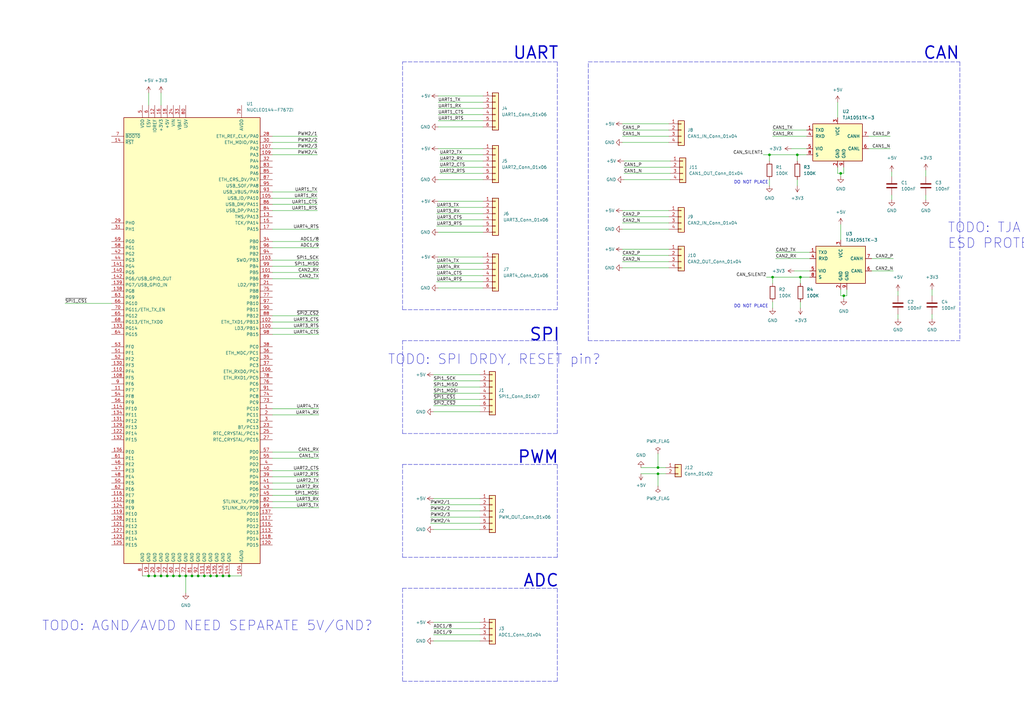
<source format=kicad_sch>
(kicad_sch (version 20211123) (generator eeschema)
  (paper "A3")
  (lib_symbols
    (symbol "Connector_Generic:Conn_01x02" (pin_names (offset 1.016) hide)
      (property "Reference" "J" (at 0 2.54 0))
      (property "Value" "Conn_01x02" (at 0 -5.08 0))
      (symbol "Conn_01x02_1_1"
        (rectangle (start -1.27 -2.413) (end 0 -2.667) (stroke (width 0.1524)))
        (rectangle (start -1.27 0.127) (end 0 -0.127) (stroke (width 0.1524)))
        (rectangle (start -1.27 1.27) (end 1.27 -3.81) (stroke (width 0.254)) (fill (type background)))
        (pin passive line (at -5.08 0 0) (length 3.81) (name "Pin_1") (number "1"))
        (pin passive line (at -5.08 -2.54 0) (length 3.81) (name "Pin_2") (number "2"))
      )
    )
    (symbol "Connector_Generic:Conn_01x04" (pin_names (offset 1.016) hide)
      (property "Reference" "J" (at 0 5.08 0))
      (property "Value" "Conn_01x04" (at 0 -7.62 0))
      (symbol "Conn_01x04_1_1"
        (rectangle (start -1.27 -4.953) (end 0 -5.207) (stroke (width 0.1524)))
        (rectangle (start -1.27 -2.413) (end 0 -2.667) (stroke (width 0.1524)))
        (rectangle (start -1.27 0.127) (end 0 -0.127) (stroke (width 0.1524)))
        (rectangle (start -1.27 2.667) (end 0 2.413) (stroke (width 0.1524)))
        (rectangle (start -1.27 3.81) (end 1.27 -6.35) (stroke (width 0.254)) (fill (type background)))
        (pin passive line (at -5.08 2.54 0) (length 3.81) (name "Pin_1") (number "1"))
        (pin passive line (at -5.08 0 0) (length 3.81) (name "Pin_2") (number "2"))
        (pin passive line (at -5.08 -2.54 0) (length 3.81) (name "Pin_3") (number "3"))
        (pin passive line (at -5.08 -5.08 0) (length 3.81) (name "Pin_4") (number "4"))
      )
    )
    (symbol "Connector_Generic:Conn_01x06" (pin_names (offset 1.016) hide)
      (property "Reference" "J" (at 0 7.62 0))
      (property "Value" "Conn_01x06" (at 0 -10.16 0))
      (symbol "Conn_01x06_1_1"
        (rectangle (start -1.27 -7.493) (end 0 -7.747) (stroke (width 0.1524)))
        (rectangle (start -1.27 -4.953) (end 0 -5.207) (stroke (width 0.1524)))
        (rectangle (start -1.27 -2.413) (end 0 -2.667) (stroke (width 0.1524)))
        (rectangle (start -1.27 0.127) (end 0 -0.127) (stroke (width 0.1524)))
        (rectangle (start -1.27 2.667) (end 0 2.413) (stroke (width 0.1524)))
        (rectangle (start -1.27 5.207) (end 0 4.953) (stroke (width 0.1524)))
        (rectangle (start -1.27 6.35) (end 1.27 -8.89) (stroke (width 0.254)) (fill (type background)))
        (pin passive line (at -5.08 5.08 0) (length 3.81) (name "Pin_1") (number "1"))
        (pin passive line (at -5.08 2.54 0) (length 3.81) (name "Pin_2") (number "2"))
        (pin passive line (at -5.08 0 0) (length 3.81) (name "Pin_3") (number "3"))
        (pin passive line (at -5.08 -2.54 0) (length 3.81) (name "Pin_4") (number "4"))
        (pin passive line (at -5.08 -5.08 0) (length 3.81) (name "Pin_5") (number "5"))
        (pin passive line (at -5.08 -7.62 0) (length 3.81) (name "Pin_6") (number "6"))
      )
    )
    (symbol "Connector_Generic:Conn_01x07" (pin_names (offset 1.016) hide)
      (property "Reference" "J" (at 0 10.16 0))
      (property "Value" "Conn_01x07" (at 0 -10.16 0))
      (symbol "Conn_01x07_1_1"
        (rectangle (start -1.27 -7.493) (end 0 -7.747) (stroke (width 0.1524)))
        (rectangle (start -1.27 -4.953) (end 0 -5.207) (stroke (width 0.1524)))
        (rectangle (start -1.27 -2.413) (end 0 -2.667) (stroke (width 0.1524)))
        (rectangle (start -1.27 0.127) (end 0 -0.127) (stroke (width 0.1524)))
        (rectangle (start -1.27 2.667) (end 0 2.413) (stroke (width 0.1524)))
        (rectangle (start -1.27 5.207) (end 0 4.953) (stroke (width 0.1524)))
        (rectangle (start -1.27 7.747) (end 0 7.493) (stroke (width 0.1524)))
        (rectangle (start -1.27 8.89) (end 1.27 -8.89) (stroke (width 0.254)) (fill (type background)))
        (pin passive line (at -5.08 7.62 0) (length 3.81) (name "Pin_1") (number "1"))
        (pin passive line (at -5.08 5.08 0) (length 3.81) (name "Pin_2") (number "2"))
        (pin passive line (at -5.08 2.54 0) (length 3.81) (name "Pin_3") (number "3"))
        (pin passive line (at -5.08 0 0) (length 3.81) (name "Pin_4") (number "4"))
        (pin passive line (at -5.08 -2.54 0) (length 3.81) (name "Pin_5") (number "5"))
        (pin passive line (at -5.08 -5.08 0) (length 3.81) (name "Pin_6") (number "6"))
        (pin passive line (at -5.08 -7.62 0) (length 3.81) (name "Pin_7") (number "7"))
      )
    )
    (symbol "Device:C" (pin_numbers hide) (pin_names (offset 0.254))
      (property "Reference" "C" (at 0.635 2.54 0))
      (property "Value" "C" (at 0.635 -2.54 0))
      (symbol "C_0_1"
        (polyline (pts (xy -2.032 -0.762) (xy 2.032 -0.762)) (stroke (width 0.508)))
        (polyline (pts (xy -2.032 0.762) (xy 2.032 0.762)) (stroke (width 0.508)))
      )
      (symbol "C_1_1"
        (pin passive line (at 0 3.81 270) (length 2.794) (name "~") (number "1"))
        (pin passive line (at 0 -3.81 90) (length 2.794) (name "~") (number "2"))
      )
    )
    (symbol "Device:R" (pin_numbers hide) (pin_names (offset 0))
      (property "Reference" "R" (at 2.032 0 90))
      (property "Value" "R" (at 0 0 90))
      (symbol "R_0_1"
        (rectangle (start -1.016 -2.54) (end 1.016 2.54) (stroke (width 0.254)))
      )
      (symbol "R_1_1"
        (pin passive line (at 0 3.81 270) (length 1.27) (name "~") (number "1"))
        (pin passive line (at 0 -3.81 90) (length 1.27) (name "~") (number "2"))
      )
    )
    (symbol "Interface_CAN_LIN:TJA1051TK-3" (pin_names (offset 1.016))
      (property "Reference" "U" (at -10.16 8.89 0))
      (property "Value" "TJA1051TK-3" (at 1.27 8.89 0))
      (symbol "TJA1051TK-3_0_1"
        (rectangle (start -10.16 7.62) (end 10.16 -7.62) (stroke (width 0.254)) (fill (type background)))
      )
      (symbol "TJA1051TK-3_1_1"
        (pin input line (at -12.7 5.08 0) (length 2.54) (name "TXD") (number "1"))
        (pin power_in line (at 0 -10.16 90) (length 2.54) (name "GND") (number "2"))
        (pin power_in line (at 0 10.16 270) (length 2.54) (name "VCC") (number "3"))
        (pin output line (at -12.7 2.54 0) (length 2.54) (name "RXD") (number "4"))
        (pin power_in line (at -12.7 -2.54 0) (length 2.54) (name "VIO") (number "5"))
        (pin bidirectional line (at 12.7 -2.54 180) (length 2.54) (name "CANL") (number "6"))
        (pin bidirectional line (at 12.7 2.54 180) (length 2.54) (name "CANH") (number "7"))
        (pin input line (at -12.7 -5.08 0) (length 2.54) (name "S") (number "8"))
        (pin power_in line (at 2.54 -10.16 90) (length 2.54) (name "GND") (number "9"))
      )
    )
    (symbol "MCU_Module:NUCLEO144-F767ZI"
      (property "Reference" "U" (at -22.86 94.615 0))
      (property "Value" "NUCLEO144-F767ZI" (at -22.86 92.71 0))
      (symbol "NUCLEO144-F767ZI_0_1"
        (rectangle (start -27.94 -91.44) (end 27.94 91.44) (stroke (width 0.254)) (fill (type background)))
      )
      (symbol "NUCLEO144-F767ZI_1_1"
        (pin bidirectional line (at 33.02 -27.94 180) (length 5.08) (name "PC10") (number "1"))
        (pin no_connect line (at -33.02 55.88 0) (length 5.08) hide (name "NC") (number "10"))
        (pin bidirectional line (at 33.02 5.08 180) (length 5.08) (name "LD3/PB14") (number "100"))
        (pin bidirectional line (at 33.02 27.94 180) (length 5.08) (name "PB5") (number "101"))
        (pin bidirectional line (at 33.02 7.62 180) (length 5.08) (name "ETH_TXD1/PB13") (number "102"))
        (pin bidirectional line (at 33.02 33.02 180) (length 5.08) (name "SWO/PB3") (number "103"))
        (pin power_in line (at 20.32 -96.52 90) (length 5.08) (name "AGND") (number "104"))
        (pin bidirectional line (at 33.02 58.42 180) (length 5.08) (name "USB_ID/PA10") (number "105"))
        (pin bidirectional line (at 33.02 -12.7 180) (length 5.08) (name "ETH_RXD0/PC4") (number "106"))
        (pin bidirectional line (at 33.02 78.74 180) (length 5.08) (name "PA2") (number "107"))
        (pin bidirectional line (at -33.02 -15.24 0) (length 5.08) (name "PF5") (number "108"))
        (pin bidirectional line (at 33.02 76.2 180) (length 5.08) (name "PA3") (number "109"))
        (pin bidirectional line (at -33.02 -20.32 0) (length 5.08) (name "PF7") (number "11"))
        (pin bidirectional line (at -33.02 -12.7 0) (length 5.08) (name "PF4") (number "110"))
        (pin power_in line (at 5.08 -96.52 90) (length 5.08) (name "GND") (number "111"))
        (pin bidirectional line (at -33.02 -66.04 0) (length 5.08) (name "PE8") (number "112"))
        (pin bidirectional line (at 33.02 -78.74 180) (length 5.08) (name "PD13") (number "113"))
        (pin bidirectional line (at -33.02 -27.94 0) (length 5.08) (name "PF10") (number "114"))
        (pin bidirectional line (at 33.02 -76.2 180) (length 5.08) (name "PD12") (number "115"))
        (pin bidirectional line (at -33.02 -63.5 0) (length 5.08) (name "PE7") (number "116"))
        (pin bidirectional line (at 33.02 -73.66 180) (length 5.08) (name "PD11") (number "117"))
        (pin bidirectional line (at 33.02 -81.28 180) (length 5.08) (name "PD14") (number "118"))
        (pin bidirectional line (at -33.02 -71.12 0) (length 5.08) (name "PE10") (number "119"))
        (pin power_in line (at -15.24 96.52 270) (length 5.08) (name "IOREF") (number "12"))
        (pin bidirectional line (at 33.02 -83.82 180) (length 5.08) (name "PD15") (number "120"))
        (pin bidirectional line (at -33.02 -76.2 0) (length 5.08) (name "PE12") (number "121"))
        (pin bidirectional line (at -33.02 -38.1 0) (length 5.08) (name "PF14") (number "122"))
        (pin bidirectional line (at -33.02 -81.28 0) (length 5.08) (name "PE14") (number "123"))
        (pin bidirectional line (at -33.02 -68.58 0) (length 5.08) (name "PE9") (number "124"))
        (pin bidirectional line (at -33.02 -83.82 0) (length 5.08) (name "PE15") (number "125"))
        (pin power_in line (at 7.62 -96.52 90) (length 5.08) (name "GND") (number "126"))
        (pin bidirectional line (at -33.02 -78.74 0) (length 5.08) (name "PE13") (number "127"))
        (pin bidirectional line (at -33.02 -73.66 0) (length 5.08) (name "PE11") (number "128"))
        (pin bidirectional line (at -33.02 -35.56 0) (length 5.08) (name "PF13") (number "129"))
        (pin bidirectional line (at 33.02 50.8 180) (length 5.08) (name "TMS/PA13") (number "13"))
        (pin bidirectional line (at -33.02 -10.16 0) (length 5.08) (name "PF3") (number "130"))
        (pin bidirectional line (at -33.02 -33.02 0) (length 5.08) (name "PF12") (number "131"))
        (pin bidirectional line (at -33.02 -40.64 0) (length 5.08) (name "PF15") (number "132"))
        (pin bidirectional line (at -33.02 5.08 0) (length 5.08) (name "PG14") (number "133"))
        (pin bidirectional line (at -33.02 -30.48 0) (length 5.08) (name "PF11") (number "134"))
        (pin power_in line (at 10.16 -96.52 90) (length 5.08) (name "GND") (number "135"))
        (pin bidirectional line (at -33.02 -45.72 0) (length 5.08) (name "PE0") (number "136"))
        (pin bidirectional line (at 33.02 -71.12 180) (length 5.08) (name "PD10") (number "137"))
        (pin bidirectional line (at -33.02 20.32 0) (length 5.08) (name "PG8") (number "138"))
        (pin bidirectional line (at -33.02 22.86 0) (length 5.08) (name "PG7/USB_GPIO_IN") (number "139"))
        (pin input line (at -33.02 81.28 0) (length 5.08) (name "~{RST}") (number "14"))
        (pin bidirectional line (at -33.02 27.94 0) (length 5.08) (name "PG5") (number "140"))
        (pin bidirectional line (at -33.02 30.48 0) (length 5.08) (name "PG4") (number "141"))
        (pin bidirectional line (at -33.02 25.4 0) (length 5.08) (name "PG6/USB_GPIO_OUT") (number "142"))
        (pin power_in line (at 12.7 -96.52 90) (length 5.08) (name "GND") (number "143"))
        (pin power_in line (at 15.24 -96.52 90) (length 5.08) (name "GND") (number "144"))
        (pin bidirectional line (at 33.02 48.26 180) (length 5.08) (name "TCK/PA14") (number "15"))
        (pin power_in line (at -12.7 96.52 270) (length 5.08) (name "+3V3") (number "16"))
        (pin bidirectional line (at 33.02 45.72 180) (length 5.08) (name "PA15") (number "17"))
        (pin power_in line (at -10.16 96.52 270) (length 5.08) (name "+5V") (number "18"))
        (pin power_in line (at -17.78 -96.52 90) (length 5.08) (name "GND") (number "19"))
        (pin bidirectional line (at 33.02 -30.48 180) (length 5.08) (name "PC11") (number "2"))
        (pin power_in line (at -15.24 -96.52 90) (length 5.08) (name "GND") (number "20"))
        (pin bidirectional line (at 33.02 22.86 180) (length 5.08) (name "LD2/PB7") (number "21"))
        (pin power_in line (at -10.16 -96.52 90) (length 5.08) (name "GND") (number "22"))
        (pin bidirectional line (at 33.02 -35.56 180) (length 5.08) (name "BT/PC13") (number "23"))
        (pin power_in line (at -7.62 96.52 270) (length 5.08) (name "VIN") (number "24"))
        (pin bidirectional line (at 33.02 -38.1 180) (length 5.08) (name "RTC_CRYSTAL/PC14") (number "25"))
        (pin no_connect line (at -33.02 58.42 0) (length 5.08) hide (name "NC") (number "26"))
        (pin bidirectional line (at 33.02 -40.64 180) (length 5.08) (name "RTC_CRYSTAL/PC15") (number "27"))
        (pin bidirectional line (at 33.02 83.82 180) (length 5.08) (name "ETH_REF_CLK/PA0") (number "28"))
        (pin bidirectional line (at -33.02 48.26 0) (length 5.08) (name "PH0") (number "29"))
        (pin bidirectional line (at 33.02 -33.02 180) (length 5.08) (name "PC12") (number "3"))
        (pin bidirectional line (at 33.02 81.28 180) (length 5.08) (name "ETH_MDIO/PA1") (number "30"))
        (pin bidirectional line (at -33.02 45.72 0) (length 5.08) (name "PH1") (number "31"))
        (pin bidirectional line (at 33.02 73.66 180) (length 5.08) (name "PA4") (number "32"))
        (pin power_in line (at -5.08 96.52 270) (length 5.08) (name "VBAT") (number "33"))
        (pin bidirectional line (at 33.02 40.64 180) (length 5.08) (name "PB0") (number "34"))
        (pin bidirectional line (at 33.02 -7.62 180) (length 5.08) (name "PC2") (number "35"))
        (pin bidirectional line (at 33.02 -5.08 180) (length 5.08) (name "ETH_MDC/PC1") (number "36"))
        (pin bidirectional line (at 33.02 -10.16 180) (length 5.08) (name "PC3") (number "37"))
        (pin bidirectional line (at 33.02 -2.54 180) (length 5.08) (name "PC0") (number "38"))
        (pin bidirectional line (at 33.02 -55.88 180) (length 5.08) (name "PD4") (number "39"))
        (pin bidirectional line (at 33.02 -50.8 180) (length 5.08) (name "PD2") (number "4"))
        (pin bidirectional line (at 33.02 -53.34 180) (length 5.08) (name "PD3") (number "40"))
        (pin bidirectional line (at 33.02 -58.42 180) (length 5.08) (name "PD5") (number "41"))
        (pin bidirectional line (at -33.02 35.56 0) (length 5.08) (name "PG2") (number "42"))
        (pin bidirectional line (at 33.02 -60.96 180) (length 5.08) (name "PD6") (number "43"))
        (pin bidirectional line (at -33.02 33.02 0) (length 5.08) (name "PG3") (number "44"))
        (pin bidirectional line (at 33.02 -63.5 180) (length 5.08) (name "PD7") (number "45"))
        (pin bidirectional line (at -33.02 -50.8 0) (length 5.08) (name "PE2") (number "46"))
        (pin bidirectional line (at -33.02 -53.34 0) (length 5.08) (name "PE3") (number "47"))
        (pin bidirectional line (at -33.02 -55.88 0) (length 5.08) (name "PE4") (number "48"))
        (pin power_in line (at -12.7 -96.52 90) (length 5.08) (name "GND") (number "49"))
        (pin power_in line (at -20.32 96.52 270) (length 5.08) (name "VDD") (number "5"))
        (pin bidirectional line (at -33.02 -58.42 0) (length 5.08) (name "PE5") (number "50"))
        (pin bidirectional line (at -33.02 -5.08 0) (length 5.08) (name "PF1") (number "51"))
        (pin bidirectional line (at -33.02 -7.62 0) (length 5.08) (name "PF2") (number "52"))
        (pin bidirectional line (at -33.02 -2.54 0) (length 5.08) (name "PF0") (number "53"))
        (pin bidirectional line (at -33.02 -22.86 0) (length 5.08) (name "PF8") (number "54"))
        (pin bidirectional line (at 33.02 -48.26 180) (length 5.08) (name "PD1") (number "55"))
        (pin bidirectional line (at -33.02 -25.4 0) (length 5.08) (name "PF9") (number "56"))
        (pin bidirectional line (at 33.02 -45.72 180) (length 5.08) (name "PD0") (number "57"))
        (pin bidirectional line (at -33.02 38.1 0) (length 5.08) (name "PG1") (number "58"))
        (pin bidirectional line (at -33.02 40.64 0) (length 5.08) (name "PG0") (number "59"))
        (pin power_in line (at -17.78 96.52 270) (length 5.08) (name "E5V") (number "6"))
        (pin power_in line (at -7.62 -96.52 90) (length 5.08) (name "GND") (number "60"))
        (pin bidirectional line (at -33.02 -48.26 0) (length 5.08) (name "PE1") (number "61"))
        (pin bidirectional line (at -33.02 -60.96 0) (length 5.08) (name "PE6") (number "62"))
        (pin bidirectional line (at -33.02 17.78 0) (length 5.08) (name "PG9") (number "63"))
        (pin bidirectional line (at -33.02 2.54 0) (length 5.08) (name "PG15") (number "64"))
        (pin bidirectional line (at -33.02 10.16 0) (length 5.08) (name "PG12") (number "65"))
        (pin bidirectional line (at -33.02 15.24 0) (length 5.08) (name "PG10") (number "66"))
        (pin no_connect line (at -33.02 53.34 0) (length 5.08) hide (name "NC") (number "67"))
        (pin bidirectional line (at -33.02 7.62 0) (length 5.08) (name "PG13/ETH_TXD0") (number "68"))
        (pin bidirectional line (at 33.02 -68.58 180) (length 5.08) (name "STLINK_RX/PD9") (number "69"))
        (pin input line (at -33.02 83.82 0) (length 5.08) (name "~{BOOT0}") (number "7"))
        (pin bidirectional line (at -33.02 12.7 0) (length 5.08) (name "PG11/ETH_TX_EN") (number "70"))
        (pin power_in line (at -5.08 -96.52 90) (length 5.08) (name "GND") (number "71"))
        (pin power_in line (at -2.54 -96.52 90) (length 5.08) (name "GND") (number "72"))
        (pin bidirectional line (at 33.02 -25.4 180) (length 5.08) (name "PC9") (number "73"))
        (pin bidirectional line (at 33.02 -22.86 180) (length 5.08) (name "PC8") (number "74"))
        (pin bidirectional line (at 33.02 20.32 180) (length 5.08) (name "PB8") (number "75"))
        (pin bidirectional line (at 33.02 -17.78 180) (length 5.08) (name "PC6") (number "76"))
        (pin bidirectional line (at 33.02 17.78 180) (length 5.08) (name "PB9") (number "77"))
        (pin bidirectional line (at 33.02 -15.24 180) (length 5.08) (name "ETH_RXD1/PC5") (number "78"))
        (pin power_in line (at 20.32 96.52 270) (length 5.08) (name "AVDD") (number "79"))
        (pin power_in line (at -20.32 -96.52 90) (length 5.08) (name "GND") (number "8"))
        (pin power_in line (at -2.54 96.52 270) (length 5.08) (name "U5V") (number "80"))
        (pin power_in line (at 0 -96.52 90) (length 5.08) (name "GND") (number "81"))
        (pin bidirectional line (at 33.02 -66.04 180) (length 5.08) (name "STLINK_TX/PD8") (number "82"))
        (pin bidirectional line (at 33.02 71.12 180) (length 5.08) (name "PA5") (number "83"))
        (pin bidirectional line (at 33.02 53.34 180) (length 5.08) (name "USB_DP/PA12") (number "84"))
        (pin bidirectional line (at 33.02 68.58 180) (length 5.08) (name "PA6") (number "85"))
        (pin bidirectional line (at 33.02 55.88 180) (length 5.08) (name "USB_DM/PA11") (number "86"))
        (pin bidirectional line (at 33.02 66.04 180) (length 5.08) (name "ETH_CRS_DV/PA7") (number "87"))
        (pin bidirectional line (at 33.02 10.16 180) (length 5.08) (name "PB12") (number "88"))
        (pin bidirectional line (at 33.02 25.4 180) (length 5.08) (name "PB6") (number "89"))
        (pin bidirectional line (at -33.02 -17.78 0) (length 5.08) (name "PF6") (number "9"))
        (pin bidirectional line (at 33.02 12.7 180) (length 5.08) (name "PB11") (number "90"))
        (pin bidirectional line (at 33.02 -20.32 180) (length 5.08) (name "PC7") (number "91"))
        (pin power_in line (at 2.54 -96.52 90) (length 5.08) (name "GND") (number "92"))
        (pin bidirectional line (at 33.02 60.96 180) (length 5.08) (name "USB_VBUS/PA9") (number "93"))
        (pin bidirectional line (at 33.02 35.56 180) (length 5.08) (name "PB2") (number "94"))
        (pin bidirectional line (at 33.02 63.5 180) (length 5.08) (name "USB_SOF/PA8") (number "95"))
        (pin bidirectional line (at 33.02 38.1 180) (length 5.08) (name "PB1") (number "96"))
        (pin bidirectional line (at 33.02 15.24 180) (length 5.08) (name "PB10") (number "97"))
        (pin bidirectional line (at 33.02 2.54 180) (length 5.08) (name "PB15") (number "98"))
        (pin bidirectional line (at 33.02 30.48 180) (length 5.08) (name "PB4") (number "99"))
      )
    )
    (symbol "power:+3V3" (power) (pin_names (offset 0))
      (property "Value" "+3V3" (at 0 3.556 0))
      (symbol "+3V3_0_1"
        (polyline (pts (xy -0.762 1.27) (xy 0 2.54)))
        (polyline (pts (xy 0 0) (xy 0 2.54)))
        (polyline (pts (xy 0 2.54) (xy 0.762 1.27)))
      )
      (symbol "+3V3_1_1"
        (pin power_in line (at 0 0 90) (length 0) hide (name "+3V3") (number "1"))
      )
    )
    (symbol "power:+5V" (power) (pin_names (offset 0))
      (property "Value" "+5V" (at 0 3.556 0))
      (symbol "+5V_0_1"
        (polyline (pts (xy -0.762 1.27) (xy 0 2.54)))
        (polyline (pts (xy 0 0) (xy 0 2.54)))
        (polyline (pts (xy 0 2.54) (xy 0.762 1.27)))
      )
      (symbol "+5V_1_1"
        (pin power_in line (at 0 0 90) (length 0) hide (name "+5V") (number "1"))
      )
    )
    (symbol "power:GND" (power) (pin_names (offset 0))
      (property "Value" "GND" (at 0 -3.81 0))
      (symbol "GND_0_1"
        (polyline (pts (xy 0 0) (xy 0 -1.27) (xy 1.27 -1.27) (xy 0 -2.54) (xy -1.27 -1.27) (xy 0 -1.27)))
      )
      (symbol "GND_1_1"
        (pin power_in line (at 0 0 270) (length 0) hide (name "GND") (number "1"))
      )
    )
    (symbol "power:PWR_FLAG" (power) (pin_numbers hide) (pin_names (offset 0) hide)
      (property "Value" "PWR_FLAG" (at 0 3.81 0))
      (symbol "PWR_FLAG_0_0"
        (pin power_out line (at 0 0 90) (length 0) (name "pwr") (number "1"))
      )
      (symbol "PWR_FLAG_0_1"
        (polyline (pts (xy 0 0) (xy 0 1.27) (xy -1.016 1.905) (xy 0 2.54) (xy 1.016 1.905) (xy 0 1.27)))
      )
    )
  )
  (junction (at 76.2 236.22))
  (junction (at 66.04 236.22))
  (junction (at 269.875 191.77))
  (junction (at 327.025 63.5))
  (junction (at 63.5 236.22))
  (junction (at 71.12 236.22))
  (junction (at 316.865 113.665))
  (junction (at 86.36 236.22))
  (junction (at 344.805 71.12))
  (junction (at 93.98 236.22))
  (junction (at 83.82 236.22))
  (junction (at 315.595 63.5))
  (junction (at 68.58 236.22))
  (junction (at 60.96 236.22))
  (junction (at 88.9 236.22))
  (junction (at 346.075 121.285))
  (junction (at 328.295 113.665))
  (junction (at 73.66 236.22))
  (junction (at 91.44 236.22))
  (junction (at 81.28 236.22))
  (junction (at 78.74 236.22))
  (junction (at 269.875 194.31))
  (wire (pts (xy 60.96 38.1) (xy 60.96 43.18)))
  (wire (pts (xy 344.805 71.12) (xy 344.805 72.39)))
  (wire (pts (xy 91.44 236.22) (xy 93.98 236.22)))
  (wire (pts (xy 255.27 104.775) (xy 274.32 104.775)))
  (wire (pts (xy 327.025 63.5) (xy 327.025 66.04)))
  (wire (pts (xy 344.805 71.12) (xy 346.075 71.12)))
  (wire (pts (xy 262.89 194.31) (xy 269.875 194.31)))
  (wire (pts (xy 66.04 236.22) (xy 68.58 236.22)))
  (wire (pts (xy 344.805 118.745) (xy 344.805 121.285)))
  (wire (pts (xy 255.27 107.315) (xy 274.32 107.315)))
  (wire (pts (xy 179.705 60.96) (xy 198.12 60.96)))
  (wire (pts (xy 179.705 105.41) (xy 198.12 105.41)))
  (polyline (pts (xy 165.1 177.8) (xy 228.6 177.8)))
  (wire (pts (xy 255.27 102.235) (xy 274.32 102.235)))
  (wire (pts (xy 198.12 44.45) (xy 179.705 44.45)))
  (wire (pts (xy 198.12 46.99) (xy 179.705 46.99)))
  (wire (pts (xy 130.81 134.62) (xy 111.76 134.62)))
  (wire (pts (xy 111.76 60.96) (xy 130.175 60.96)))
  (wire (pts (xy 255.27 53.34) (xy 274.32 53.34)))
  (wire (pts (xy 179.705 73.66) (xy 198.12 73.66)))
  (wire (pts (xy 111.76 83.82) (xy 130.175 83.82)))
  (wire (pts (xy 357.505 111.125) (xy 366.395 111.125)))
  (wire (pts (xy 318.135 106.045) (xy 332.105 106.045)))
  (wire (pts (xy 269.875 186.055) (xy 269.875 191.77)))
  (wire (pts (xy 180.34 68.58) (xy 198.12 68.58)))
  (wire (pts (xy 316.865 123.825) (xy 316.865 126.365)))
  (wire (pts (xy 111.76 58.42) (xy 130.175 58.42)))
  (wire (pts (xy 177.8 168.91) (xy 196.85 168.91)))
  (polyline (pts (xy 393.7 25.4) (xy 393.7 139.7)))
  (wire (pts (xy 111.76 78.74) (xy 130.175 78.74)))
  (wire (pts (xy 177.8 255.27) (xy 196.85 255.27)))
  (polyline (pts (xy 165.1 279.4) (xy 165.1 241.3)))
  (wire (pts (xy 269.875 191.77) (xy 273.05 191.77)))
  (wire (pts (xy 111.76 205.74) (xy 130.81 205.74)))
  (wire (pts (xy 255.27 58.42) (xy 274.32 58.42)))
  (polyline (pts (xy 228.6 279.4) (xy 165.1 279.4)))
  (wire (pts (xy 179.07 92.71) (xy 198.12 92.71)))
  (wire (pts (xy 347.345 121.285) (xy 347.345 118.745)))
  (wire (pts (xy 76.2 236.22) (xy 76.2 243.205)))
  (wire (pts (xy 130.81 93.98) (xy 111.76 93.98)))
  (wire (pts (xy 255.27 55.88) (xy 274.32 55.88)))
  (wire (pts (xy 93.98 236.22) (xy 99.06 236.22)))
  (polyline (pts (xy 228.6 25.4) (xy 228.6 127)))
  (wire (pts (xy 179.705 95.25) (xy 198.12 95.25)))
  (wire (pts (xy 255.27 91.44) (xy 274.32 91.44)))
  (wire (pts (xy 315.595 63.5) (xy 327.025 63.5)))
  (wire (pts (xy 179.07 85.09) (xy 198.12 85.09)))
  (wire (pts (xy 328.295 113.665) (xy 332.105 113.665)))
  (polyline (pts (xy 165.1 139.7) (xy 228.6 139.7)))
  (wire (pts (xy 130.81 101.6) (xy 111.76 101.6)))
  (wire (pts (xy 343.535 68.58) (xy 343.535 71.12)))
  (polyline (pts (xy 228.6 241.3) (xy 228.6 279.4)))
  (wire (pts (xy 176.53 212.09) (xy 196.85 212.09)))
  (wire (pts (xy 316.865 113.665) (xy 316.865 116.205)))
  (wire (pts (xy 382.27 128.905) (xy 382.27 130.81)))
  (wire (pts (xy 66.04 38.1) (xy 66.04 43.18)))
  (wire (pts (xy 346.075 121.285) (xy 346.075 122.555)))
  (wire (pts (xy 177.8 257.81) (xy 196.85 257.81)))
  (wire (pts (xy 130.81 167.64) (xy 111.76 167.64)))
  (wire (pts (xy 255.905 68.58) (xy 274.955 68.58)))
  (wire (pts (xy 327.025 73.66) (xy 327.025 76.2)))
  (polyline (pts (xy 165.1 228.6) (xy 165.1 190.5)))
  (wire (pts (xy 130.81 99.06) (xy 111.76 99.06)))
  (wire (pts (xy 368.3 119.38) (xy 368.3 121.285)))
  (wire (pts (xy 58.42 236.22) (xy 60.96 236.22)))
  (wire (pts (xy 60.96 236.22) (xy 63.5 236.22)))
  (wire (pts (xy 357.505 106.045) (xy 366.395 106.045)))
  (wire (pts (xy 328.295 123.825) (xy 328.295 126.365)))
  (polyline (pts (xy 165.1 25.4) (xy 228.6 25.4)))
  (wire (pts (xy 382.27 118.745) (xy 382.27 121.285)))
  (wire (pts (xy 179.07 107.95) (xy 198.12 107.95)))
  (wire (pts (xy 63.5 236.22) (xy 66.04 236.22)))
  (wire (pts (xy 111.76 193.04) (xy 130.81 193.04)))
  (wire (pts (xy 255.27 86.36) (xy 274.32 86.36)))
  (wire (pts (xy 324.485 60.96) (xy 330.835 60.96)))
  (wire (pts (xy 316.865 53.34) (xy 330.835 53.34)))
  (wire (pts (xy 344.805 92.075) (xy 344.805 98.425)))
  (wire (pts (xy 111.76 198.12) (xy 130.81 198.12)))
  (wire (pts (xy 177.8 158.75) (xy 196.85 158.75)))
  (polyline (pts (xy 228.6 139.7) (xy 228.6 177.8)))
  (wire (pts (xy 180.34 66.04) (xy 198.12 66.04)))
  (polyline (pts (xy 165.1 190.5) (xy 228.6 190.5)))
  (polyline (pts (xy 241.3 139.7) (xy 241.3 25.4)))
  (polyline (pts (xy 165.1 241.3) (xy 228.6 241.3)))
  (wire (pts (xy 356.235 60.96) (xy 365.125 60.96)))
  (wire (pts (xy 179.705 39.37) (xy 198.12 39.37)))
  (wire (pts (xy 111.76 114.3) (xy 130.81 114.3)))
  (polyline (pts (xy 241.3 139.7) (xy 393.7 139.7)))
  (wire (pts (xy 26.67 124.46) (xy 45.72 124.46)))
  (wire (pts (xy 130.81 203.2) (xy 111.76 203.2)))
  (wire (pts (xy 111.76 111.76) (xy 130.81 111.76)))
  (wire (pts (xy 176.53 209.55) (xy 196.85 209.55)))
  (wire (pts (xy 179.07 113.03) (xy 198.12 113.03)))
  (wire (pts (xy 177.8 262.89) (xy 196.85 262.89)))
  (wire (pts (xy 177.8 260.35) (xy 196.85 260.35)))
  (polyline (pts (xy 165.1 177.8) (xy 165.1 139.7)))
  (wire (pts (xy 262.89 191.77) (xy 269.875 191.77)))
  (wire (pts (xy 130.81 137.16) (xy 111.76 137.16)))
  (wire (pts (xy 76.2 236.22) (xy 78.74 236.22)))
  (wire (pts (xy 314.325 113.665) (xy 316.865 113.665)))
  (wire (pts (xy 111.76 187.96) (xy 130.81 187.96)))
  (wire (pts (xy 111.76 208.28) (xy 130.81 208.28)))
  (wire (pts (xy 255.27 88.9) (xy 274.32 88.9)))
  (wire (pts (xy 176.53 214.63) (xy 196.85 214.63)))
  (wire (pts (xy 180.34 63.5) (xy 198.12 63.5)))
  (wire (pts (xy 365.76 80.01) (xy 365.76 81.915)))
  (wire (pts (xy 179.07 90.17) (xy 198.12 90.17)))
  (wire (pts (xy 365.76 70.485) (xy 365.76 72.39)))
  (wire (pts (xy 255.905 71.12) (xy 274.955 71.12)))
  (wire (pts (xy 356.235 55.88) (xy 365.125 55.88)))
  (wire (pts (xy 255.27 50.8) (xy 274.32 50.8)))
  (wire (pts (xy 130.81 132.08) (xy 111.76 132.08)))
  (wire (pts (xy 86.36 236.22) (xy 88.9 236.22)))
  (wire (pts (xy 315.595 63.5) (xy 315.595 66.04)))
  (wire (pts (xy 78.74 236.22) (xy 81.28 236.22)))
  (wire (pts (xy 180.34 71.12) (xy 198.12 71.12)))
  (wire (pts (xy 346.075 71.12) (xy 346.075 68.58)))
  (wire (pts (xy 368.3 128.905) (xy 368.3 130.81)))
  (wire (pts (xy 269.875 194.31) (xy 269.875 199.39)))
  (wire (pts (xy 177.8 156.21) (xy 196.85 156.21)))
  (polyline (pts (xy 228.6 228.6) (xy 165.1 228.6)))
  (wire (pts (xy 88.9 236.22) (xy 91.44 236.22)))
  (wire (pts (xy 316.865 113.665) (xy 328.295 113.665)))
  (wire (pts (xy 379.73 80.01) (xy 379.73 81.915)))
  (polyline (pts (xy 165.1 127) (xy 228.6 127)))
  (wire (pts (xy 111.76 63.5) (xy 130.175 63.5)))
  (wire (pts (xy 179.07 110.49) (xy 198.12 110.49)))
  (wire (pts (xy 177.8 163.83) (xy 196.85 163.83)))
  (wire (pts (xy 328.295 113.665) (xy 328.295 116.205)))
  (polyline (pts (xy 228.6 190.5) (xy 228.6 228.6)))
  (wire (pts (xy 179.705 82.55) (xy 198.12 82.55)))
  (wire (pts (xy 73.66 236.22) (xy 76.2 236.22)))
  (wire (pts (xy 316.865 55.88) (xy 330.835 55.88)))
  (wire (pts (xy 379.73 69.85) (xy 379.73 72.39)))
  (wire (pts (xy 71.12 236.22) (xy 73.66 236.22)))
  (wire (pts (xy 83.82 236.22) (xy 86.36 236.22)))
  (wire (pts (xy 81.28 236.22) (xy 83.82 236.22)))
  (wire (pts (xy 255.27 93.98) (xy 274.32 93.98)))
  (wire (pts (xy 325.755 111.125) (xy 332.105 111.125)))
  (polyline (pts (xy 165.1 228.6) (xy 165.1 228.6)))
  (polyline (pts (xy 165.1 127) (xy 165.1 25.4)))
  (wire (pts (xy 343.535 41.91) (xy 343.535 48.26)))
  (wire (pts (xy 130.81 106.68) (xy 111.76 106.68)))
  (wire (pts (xy 177.8 153.67) (xy 196.85 153.67)))
  (wire (pts (xy 130.81 109.22) (xy 111.76 109.22)))
  (wire (pts (xy 111.76 86.36) (xy 130.175 86.36)))
  (wire (pts (xy 255.905 73.66) (xy 274.955 73.66)))
  (wire (pts (xy 269.875 194.31) (xy 273.05 194.31)))
  (wire (pts (xy 177.8 161.29) (xy 196.85 161.29)))
  (wire (pts (xy 177.8 217.17) (xy 196.85 217.17)))
  (wire (pts (xy 179.705 118.11) (xy 198.12 118.11)))
  (wire (pts (xy 198.12 41.91) (xy 179.705 41.91)))
  (wire (pts (xy 315.595 73.66) (xy 315.595 76.2)))
  (wire (pts (xy 111.76 81.28) (xy 130.175 81.28)))
  (wire (pts (xy 255.905 66.04) (xy 274.955 66.04)))
  (wire (pts (xy 198.12 49.53) (xy 179.705 49.53)))
  (wire (pts (xy 176.53 207.01) (xy 196.85 207.01)))
  (wire (pts (xy 111.76 55.88) (xy 130.175 55.88)))
  (wire (pts (xy 318.135 103.505) (xy 332.105 103.505)))
  (wire (pts (xy 177.8 204.47) (xy 196.85 204.47)))
  (wire (pts (xy 344.805 121.285) (xy 346.075 121.285)))
  (wire (pts (xy 130.81 170.18) (xy 111.76 170.18)))
  (wire (pts (xy 327.025 63.5) (xy 330.835 63.5)))
  (wire (pts (xy 179.705 52.07) (xy 198.12 52.07)))
  (wire (pts (xy 179.07 87.63) (xy 198.12 87.63)))
  (wire (pts (xy 130.81 129.54) (xy 111.76 129.54)))
  (wire (pts (xy 111.76 200.66) (xy 130.81 200.66)))
  (wire (pts (xy 313.055 63.5) (xy 315.595 63.5)))
  (wire (pts (xy 346.075 121.285) (xy 347.345 121.285)))
  (wire (pts (xy 177.8 166.37) (xy 196.85 166.37)))
  (wire (pts (xy 111.76 195.58) (xy 130.81 195.58)))
  (polyline (pts (xy 241.3 25.4) (xy 393.7 25.4)))
  (wire (pts (xy 343.535 71.12) (xy 344.805 71.12)))
  (wire (pts (xy 255.27 109.855) (xy 274.32 109.855)))
  (wire (pts (xy 68.58 236.22) (xy 71.12 236.22)))
  (wire (pts (xy 179.07 115.57) (xy 198.12 115.57)))
  (wire (pts (xy 111.76 185.42) (xy 130.81 185.42)))
  (text "TODO: AGND/AVDD NEED SEPARATE 5V/GND?" (at 17.145 259.08 0) (effects (font (size 4 4)) (justify left bottom)))
  (text "DO NOT PLACE\n" (at 300.99 126.365 0) (effects (font (size 1.27 1.27)) (justify left bottom)))
  (text "PWM" (at 212.09 190.5 0) (effects (font (size 5 5) (thickness 0.6) bold) (justify left bottom)))
  (text "TODO: TJA DATASHEET NO REQUIRE VIO CAPACITANCE?\nESD PROTECTION CAPACTIORS IN DATASHEET OR PESD CHIP NEEDED?" (at 388.62 102.235 0) (effects (font (size 4 4)) (justify left bottom)))
  (text "ADC" (at 214.376 241.173 0) (effects (font (size 5 5) (thickness 0.6) bold) (justify left bottom)))
  (text "DO NOT PLACE\n" (at 300.99 75.565 0) (effects (font (size 1.27 1.27)) (justify left bottom)))
  (text "SPI\n" (at 216.916 140.208 0) (effects (font (size 5 5) (thickness 0.6) bold) (justify left bottom)))
  (text "TODO: SPI DRDY, RESET pin?" (at 159.004 149.86 0) (effects (font (size 4 4)) (justify left bottom)))
  (text "CAN" (at 378.46 24.765 0) (effects (font (size 5 5) (thickness 0.6) bold) (justify left bottom)))
  (text "UART\n" (at 210.185 24.765 0) (effects (font (size 5 5) (thickness 0.6) bold) (justify left bottom)))
  (label "CAN1_TX" (at 130.81 187.96 180))
  (label "CAN2_TX" (at 318.135 103.505 0))
  (label "~{SPI1_CS1}" (at 177.8 163.83 0))
  (label "UART3_RX" (at 179.07 87.63 0))
  (label "~{SPI2_CS2}" (at 130.81 129.54 180))
  (label "UART3_CTS" (at 130.81 132.08 180))
  (label "SPI1_MISO" (at 177.8 158.75 0))
  (label "CAN1_P" (at 365.125 55.88 180))
  (label "UART1_RTS" (at 179.705 49.53 0))
  (label "CAN1_P" (at 255.27 53.34 0))
  (label "UART2_RX" (at 180.34 66.04 0))
  (label "CAN2_P" (at 366.395 106.045 180))
  (label "CAN1_RX" (at 130.81 185.42 180))
  (label "UART2_CTS" (at 130.81 193.04 180))
  (label "~{SPI1_CS1}" (at 26.67 124.46 0))
  (label "SPI1_MOSI" (at 177.8 161.29 0))
  (label "UART3_RTS" (at 179.07 92.71 0))
  (label "UART4_RTS" (at 179.07 115.57 0))
  (label "UART2_RX" (at 130.81 200.66 180))
  (label "UART3_TX" (at 179.07 85.09 0))
  (label "UART1_TX" (at 130.175 78.74 180))
  (label "UART2_CTS" (at 180.34 68.58 0))
  (label "CAN2_TX" (at 130.81 114.3 180))
  (label "CAN1_N" (at 255.27 55.88 0))
  (label "UART4_CTS" (at 130.81 137.16 180))
  (label "CAN2_N" (at 366.395 111.125 180))
  (label "UART2_TX" (at 130.81 198.12 180))
  (label "SPI1_SCK" (at 177.8 156.21 0))
  (label "UART1_TX" (at 179.705 41.91 0))
  (label "CAN2_P" (at 255.27 88.9 0))
  (label "UART3_RX" (at 130.81 205.74 180))
  (label "UART1_RTS" (at 130.175 86.36 180))
  (label "SPI1_MOSI" (at 130.81 203.2 180))
  (label "CAN1_RX" (at 316.865 55.88 0))
  (label "UART1_CTS" (at 179.705 46.99 0))
  (label "PWM2{slash}2" (at 130.175 58.42 180))
  (label "UART2_RTS" (at 180.34 71.12 0))
  (label "ADC1{slash}9" (at 177.8 260.35 0))
  (label "PWM2{slash}4" (at 130.175 63.5 180))
  (label "CAN1_N" (at 365.125 60.96 180))
  (label "PWM2{slash}3" (at 130.175 60.96 180))
  (label "PWM2{slash}1" (at 176.53 207.01 0))
  (label "UART4_RTS" (at 130.81 93.98 180))
  (label "UART1_CTS" (at 130.175 83.82 180))
  (label "UART4_CTS" (at 179.07 113.03 0))
  (label "PWM2{slash}1" (at 130.175 55.88 180))
  (label "CAN2_N" (at 255.27 91.44 0))
  (label "UART3_TX" (at 130.81 208.28 180))
  (label "PWM2{slash}3" (at 176.53 212.09 0))
  (label "PWM2{slash}4" (at 176.53 214.63 0))
  (label "PWM2{slash}2" (at 176.53 209.55 0))
  (label "CAN_SILENT1" (at 313.055 63.5 180))
  (label "CAN2_RX" (at 318.135 106.045 0))
  (label "UART3_CTS" (at 179.07 90.17 0))
  (label "UART2_TX" (at 180.34 63.5 0))
  (label "~{SPI2_CS2}" (at 177.8 166.37 0))
  (label "CAN2_RX" (at 130.81 111.76 180))
  (label "CAN2_P" (at 255.27 104.775 0))
  (label "CAN1_P" (at 255.905 68.58 0))
  (label "UART2_RTS" (at 130.81 195.58 180))
  (label "SPI1_MISO" (at 130.81 109.22 180))
  (label "UART4_RX" (at 179.07 110.49 0))
  (label "UART4_TX" (at 179.07 107.95 0))
  (label "SPI1_SCK" (at 130.81 106.68 180))
  (label "UART1_RX" (at 130.175 81.28 180))
  (label "ADC1{slash}8" (at 130.81 99.06 180))
  (label "ADC1{slash}8" (at 177.8 257.81 0))
  (label "UART1_RX" (at 179.705 44.45 0))
  (label "CAN1_TX" (at 316.865 53.34 0))
  (label "UART4_RX" (at 130.81 170.18 180))
  (label "UART4_TX" (at 130.81 167.64 180))
  (label "CAN_SILENT2" (at 314.325 113.665 180))
  (label "CAN1_N" (at 255.905 71.12 0))
  (label "UART3_RTS" (at 130.81 134.62 180))
  (label "CAN2_N" (at 255.27 107.315 0))
  (label "ADC1{slash}9" (at 130.81 101.6 180))
  (symbol (lib_id "Connector_Generic:Conn_01x06") (at 201.93 209.55 0) (unit 1)
    (property "Reference" "J2" (at 204.47 209.5499 0) (effects (justify left)))
    (property "Value" "PWM_OUT_Conn_01x06" (at 204.47 212.0899 0) (effects (justify left)))
    (property "Footprint" "Connector_JST:JST_GH_SM06B-GHS-TB_1x06-1MP_P1.25mm_Horizontal" (effects hide))
  )
  (symbol (lib_id "power:GND") (at 255.27 93.98 270) (unit 1)
    (property "Reference" "#PWR019" (effects hide))
    (property "Value" "GND" (at 252.095 93.9799 90) (effects (justify right)))
  )
  (symbol (lib_id "power:GND") (at 177.8 262.89 270) (unit 1)
    (property "Reference" "#PWR07" (effects hide))
    (property "Value" "GND" (at 174.625 262.8899 90) (effects (justify right)))
  )
  (symbol (lib_id "Connector_Generic:Conn_01x04") (at 279.4 88.9 0) (unit 1)
    (property "Reference" "J9" (at 281.94 88.8999 0) (effects (justify left)))
    (property "Value" "CAN2_IN_Conn_01x04" (at 281.94 91.4399 0) (effects (justify left)))
    (property "Footprint" "Connector_JST:JST_GH_SM04B-GHS-TB_1x04-1MP_P1.25mm_Horizontal" (effects hide))
  )
  (symbol (lib_id "Connector_Generic:Conn_01x04") (at 201.93 257.81 0) (unit 1)
    (property "Reference" "J3" (at 204.47 257.8099 0) (effects (justify left)))
    (property "Value" "ADC1_Conn_01x04" (at 204.47 260.3499 0) (effects (justify left)))
    (property "Footprint" "Connector_JST:JST_GH_SM04B-GHS-TB_1x04-1MP_P1.25mm_Horizontal" (effects hide))
  )
  (symbol (lib_id "power:GND") (at 316.865 126.365 0) (unit 1)
    (property "Reference" "#PWR023" (effects hide))
    (property "Value" "GND" (at 316.865 131.445 0))
  )
  (symbol (lib_id "Connector_Generic:Conn_01x02") (at 278.13 191.77 0) (unit 1)
    (property "Reference" "J12" (at 280.67 191.7699 0) (effects (justify left)))
    (property "Value" "Conn_01x02" (at 280.67 194.3099 0) (effects (justify left)))
    (property "Footprint" "Connector_Molex:Molex_CLIK-Mate_502386-0270_1x02-1MP_P1.25mm_Horizontal" (effects hide))
  )
  (symbol (lib_id "Connector_Generic:Conn_01x04") (at 279.4 104.775 0) (unit 1)
    (property "Reference" "J10" (at 281.94 104.7749 0) (effects (justify left)))
    (property "Value" "CAN2_OUT_Conn_01x04" (at 281.94 107.3149 0) (effects (justify left)))
    (property "Footprint" "Connector_JST:JST_GH_SM04B-GHS-TB_1x04-1MP_P1.25mm_Horizontal" (effects hide))
  )
  (symbol (lib_id "power:+3V3") (at 328.295 126.365 180) (unit 1)
    (property "Reference" "#PWR027" (effects hide))
    (property "Value" "+3V3" (at 328.295 131.445 0))
  )
  (symbol (lib_id "Connector_Generic:Conn_01x06") (at 203.2 66.04 0) (unit 1)
    (property "Reference" "J5" (at 205.74 66.0399 0) (effects (justify left)))
    (property "Value" "UART2_Conn_01x06" (at 205.74 68.5799 0) (effects (justify left)))
    (property "Footprint" "Connector_JST:JST_GH_SM06B-GHS-TB_1x06-1MP_P1.25mm_Horizontal" (effects hide))
  )
  (symbol (lib_id "power:+5V") (at 344.805 92.075 0) (unit 1)
    (property "Reference" "#PWR029" (effects hide))
    (property "Value" "+5V" (at 344.805 86.995 0))
  )
  (symbol (lib_id "power:+5V") (at 255.27 50.8 90) (unit 1)
    (property "Reference" "#PWR016" (effects hide))
    (property "Value" "+5V" (at 252.095 50.7999 90) (effects (justify left)))
  )
  (symbol (lib_id "power:GND") (at 76.2 243.205 0) (unit 1)
    (property "Reference" "#PWR01" (effects hide))
    (property "Value" "GND" (at 76.2 248.285 0))
  )
  (symbol (lib_id "power:+5V") (at 179.705 82.55 90) (unit 1)
    (property "Reference" "#PWR012" (effects hide))
    (property "Value" "+5V" (at 176.53 82.5499 90) (effects (justify left)))
  )
  (symbol (lib_id "power:PWR_FLAG") (at 269.875 186.055 0) (unit 1)
    (property "Reference" "#FLG01" (effects hide))
    (property "Value" "PWR_FLAG" (at 269.875 180.975 0))
  )
  (symbol (lib_id "power:+5V") (at 343.535 41.91 0) (unit 1)
    (property "Reference" "#PWR028" (effects hide))
    (property "Value" "+5V" (at 343.535 36.83 0))
  )
  (symbol (lib_id "power:PWR_FLAG") (at 269.875 199.39 180) (unit 1)
    (property "Reference" "#FLG02" (effects hide))
    (property "Value" "PWR_FLAG" (at 269.875 204.47 0))
  )
  (symbol (lib_id "power:GND") (at 179.705 118.11 270) (unit 1)
    (property "Reference" "#PWR015" (effects hide))
    (property "Value" "GND" (at 176.53 118.1099 90) (effects (justify right)))
  )
  (symbol (lib_id "power:GND") (at 255.27 58.42 270) (unit 1)
    (property "Reference" "#PWR017" (effects hide))
    (property "Value" "GND" (at 252.095 58.4199 90) (effects (justify right)))
  )
  (symbol (lib_id "power:+3V3") (at 325.755 111.125 90) (unit 1)
    (property "Reference" "#PWR025" (effects hide))
    (property "Value" "+3V3" (at 321.945 111.1249 90) (effects (justify left)))
  )
  (symbol (lib_id "Connector_Generic:Conn_01x06") (at 203.2 110.49 0) (unit 1)
    (property "Reference" "J7" (at 206.375 110.4899 0) (effects (justify left)))
    (property "Value" "UART4_Conn_01x06" (at 206.375 113.0299 0) (effects (justify left)))
    (property "Footprint" "Connector_JST:JST_GH_SM06B-GHS-TB_1x06-1MP_P1.25mm_Horizontal" (effects hide))
  )
  (symbol (lib_id "power:GND") (at 177.8 217.17 270) (unit 1)
    (property "Reference" "#PWR05" (effects hide))
    (property "Value" "GND" (at 174.625 217.1699 90) (effects (justify right)))
  )
  (symbol (lib_id "Device:C") (at 365.76 76.2 0) (unit 1)
    (property "Reference" "C1" (at 369.57 74.9299 0) (effects (justify left)))
    (property "Value" "100nF" (at 369.57 77.4699 0) (effects (justify left)))
    (property "Footprint" "Capacitor_SMD:C_0603_1608Metric" (effects hide))
  )
  (symbol (lib_id "power:+5V") (at 179.705 39.37 90) (unit 1)
    (property "Reference" "#PWR08" (effects hide))
    (property "Value" "+5V" (at 176.53 39.3699 90) (effects (justify left)))
  )
  (symbol (lib_id "power:+5V") (at 177.8 204.47 90) (unit 1)
    (property "Reference" "#PWR04" (effects hide))
    (property "Value" "+5V" (at 174.625 204.4699 90) (effects (justify left)))
  )
  (symbol (lib_id "Connector_Generic:Conn_01x06") (at 203.2 44.45 0) (unit 1)
    (property "Reference" "J4" (at 205.74 44.4499 0) (effects (justify left)))
    (property "Value" "UART1_Conn_01x06" (at 205.74 46.9899 0) (effects (justify left)))
    (property "Footprint" "Connector_JST:JST_GH_SM06B-GHS-TB_1x06-1MP_P1.25mm_Horizontal" (effects hide))
  )
  (symbol (lib_id "Interface_CAN_LIN:TJA1051TK-3") (at 344.805 108.585 0) (unit 1)
    (property "Reference" "U3" (at 346.8244 95.885 0) (effects (justify left)))
    (property "Value" "TJA1051TK-3" (at 346.8244 98.425 0) (effects (justify left)))
    (property "Footprint" "Package_DFN_QFN:DFN-8-1EP_3x3mm_P0.65mm_EP1.55x2.4mm" (effects hide))
    (property "Datasheet" "http://www.nxp.com/documents/data_sheet/TJA1051.pdf" (effects hide))
  )
  (symbol (lib_id "Device:C") (at 382.27 125.095 0) (unit 1)
    (property "Reference" "C4" (at 386.08 123.8249 0) (effects (justify left)))
    (property "Value" "100nF" (at 386.08 126.3649 0) (effects (justify left)))
    (property "Footprint" "Capacitor_SMD:C_0603_1608Metric" (effects hide))
  )
  (symbol (lib_id "power:GND") (at 368.3 130.81 0) (unit 1)
    (property "Reference" "#PWR0106" (effects hide))
    (property "Value" "GND" (at 368.3 135.255 0))
  )
  (symbol (lib_id "power:+5V") (at 255.27 86.36 90) (unit 1)
    (property "Reference" "#PWR018" (effects hide))
    (property "Value" "+5V" (at 252.095 86.3599 90) (effects (justify left)))
  )
  (symbol (lib_id "power:GND") (at 255.27 109.855 270) (unit 1)
    (property "Reference" "#PWR0112" (effects hide))
    (property "Value" "GND" (at 252.095 109.8549 90) (effects (justify right)))
  )
  (symbol (lib_id "power:+5V") (at 179.705 105.41 90) (unit 1)
    (property "Reference" "#PWR014" (effects hide))
    (property "Value" "+5V" (at 176.53 105.4099 90) (effects (justify left)))
  )
  (symbol (lib_id "power:+3V3") (at 66.04 38.1 0) (unit 1)
    (property "Reference" "#PWR0113" (effects hide))
    (property "Value" "+3V3" (at 66.04 33.02 0))
  )
  (symbol (lib_id "power:+5V") (at 177.8 153.67 90) (unit 1)
    (property "Reference" "#PWR02" (effects hide))
    (property "Value" "+5V" (at 174.625 153.6699 90) (effects (justify left)))
  )
  (symbol (lib_id "power:+5V") (at 179.705 60.96 90) (unit 1)
    (property "Reference" "#PWR010" (effects hide))
    (property "Value" "+5V" (at 176.53 60.9599 90) (effects (justify left)))
  )
  (symbol (lib_id "power:+5V") (at 365.76 70.485 0) (unit 1)
    (property "Reference" "#PWR0101" (effects hide))
    (property "Value" "+5V" (at 365.76 64.77 0))
  )
  (symbol (lib_id "power:GND") (at 255.905 73.66 270) (unit 1)
    (property "Reference" "#PWR0109" (effects hide))
    (property "Value" "GND" (at 252.73 73.6599 90) (effects (justify right)))
  )
  (symbol (lib_id "Connector_Generic:Conn_01x04") (at 279.4 53.34 0) (unit 1)
    (property "Reference" "J8" (at 281.94 53.3399 0) (effects (justify left)))
    (property "Value" "CAN1_IN_Conn_01x04" (at 281.94 55.8799 0) (effects (justify left)))
    (property "Footprint" "Connector_JST:JST_GH_SM04B-GHS-TB_1x04-1MP_P1.25mm_Horizontal" (effects hide))
  )
  (symbol (lib_id "Connector_Generic:Conn_01x07") (at 201.93 161.29 0) (unit 1)
    (property "Reference" "J1" (at 204.47 160.0199 0) (effects (justify left)))
    (property "Value" "SPI1_Conn_01x07" (at 204.47 162.5599 0) (effects (justify left)))
    (property "Footprint" "Connector_JST:JST_GH_SM07B-GHS-TB_1x07-1MP_P1.25mm_Horizontal" (effects hide))
  )
  (symbol (lib_id "power:GND") (at 346.075 122.555 0) (unit 1)
    (property "Reference" "#PWR031" (effects hide))
    (property "Value" "GND" (at 346.075 127.635 0))
  )
  (symbol (lib_id "power:+3V3") (at 324.485 60.96 90) (unit 1)
    (property "Reference" "#PWR024" (effects hide))
    (property "Value" "+3V3" (at 320.675 60.9599 90) (effects (justify left)))
  )
  (symbol (lib_id "Connector_Generic:Conn_01x06") (at 203.2 87.63 0) (unit 1)
    (property "Reference" "J6" (at 206.375 87.6299 0) (effects (justify left)))
    (property "Value" "UART3_Conn_01x06" (at 206.375 90.1699 0) (effects (justify left)))
    (property "Footprint" "Connector_JST:JST_GH_SM06B-GHS-TB_1x06-1MP_P1.25mm_Horizontal" (effects hide))
  )
  (symbol (lib_id "power:GND") (at 365.76 81.915 0) (unit 1)
    (property "Reference" "#PWR0107" (effects hide))
    (property "Value" "GND" (at 365.76 86.36 0))
  )
  (symbol (lib_id "Device:R") (at 316.865 120.015 0) (unit 1)
    (property "Reference" "R2" (at 319.405 118.7449 0) (effects (justify left)))
    (property "Value" "100K" (at 319.405 121.2849 0) (effects (justify left)))
    (property "Footprint" "Resistor_SMD:R_0603_1608Metric" (effects hide))
  )
  (symbol (lib_id "Device:R") (at 327.025 69.85 180) (unit 1)
    (property "Reference" "R3" (at 329.565 68.5799 0) (effects (justify right)))
    (property "Value" "100K" (at 329.565 71.1199 0) (effects (justify right)))
    (property "Footprint" "Resistor_SMD:R_0603_1608Metric" (effects hide))
  )
  (symbol (lib_id "power:+5V") (at 255.27 102.235 90) (unit 1)
    (property "Reference" "#PWR0111" (effects hide))
    (property "Value" "+5V" (at 252.095 102.2349 90) (effects (justify left)))
  )
  (symbol (lib_id "power:GND") (at 379.73 81.915 0) (unit 1)
    (property "Reference" "#PWR0108" (effects hide))
    (property "Value" "GND" (at 379.73 86.36 0))
  )
  (symbol (lib_id "power:GND") (at 262.89 191.77 180) (unit 1)
    (property "Reference" "#PWR0114" (effects hide))
    (property "Value" "GND" (at 262.89 186.69 0))
  )
  (symbol (lib_id "Device:C") (at 368.3 125.095 0) (unit 1)
    (property "Reference" "C2" (at 372.11 123.8249 0) (effects (justify left)))
    (property "Value" "100nF" (at 372.11 126.3649 0) (effects (justify left)))
    (property "Footprint" "Capacitor_SMD:C_0603_1608Metric" (effects hide))
  )
  (symbol (lib_id "power:GND") (at 179.705 73.66 270) (unit 1)
    (property "Reference" "#PWR011" (effects hide))
    (property "Value" "GND" (at 176.53 73.6599 90) (effects (justify right)))
  )
  (symbol (lib_id "Connector_Generic:Conn_01x04") (at 280.035 68.58 0) (unit 1)
    (property "Reference" "J11" (at 282.575 68.5799 0) (effects (justify left)))
    (property "Value" "CAN1_OUT_Conn_01x04" (at 282.575 71.1199 0) (effects (justify left)))
    (property "Footprint" "Connector_JST:JST_GH_SM04B-GHS-TB_1x04-1MP_P1.25mm_Horizontal" (effects hide))
  )
  (symbol (lib_id "Device:C") (at 379.73 76.2 0) (unit 1)
    (property "Reference" "C3" (at 383.54 74.9299 0) (effects (justify left)))
    (property "Value" "100nF" (at 383.54 77.4699 0) (effects (justify left)))
    (property "Footprint" "Capacitor_SMD:C_0603_1608Metric" (effects hide))
  )
  (symbol (lib_id "power:+5V") (at 255.905 66.04 90) (unit 1)
    (property "Reference" "#PWR0110" (effects hide))
    (property "Value" "+5V" (at 252.73 66.0399 90) (effects (justify left)))
  )
  (symbol (lib_id "power:+5V") (at 60.96 38.1 0) (unit 1)
    (property "Reference" "#PWR0116" (effects hide))
    (property "Value" "+5V" (at 60.96 33.02 0))
  )
  (symbol (lib_id "power:GND") (at 382.27 130.81 0) (unit 1)
    (property "Reference" "#PWR0105" (effects hide))
    (property "Value" "GND" (at 382.27 135.255 0))
  )
  (symbol (lib_id "power:+5V") (at 262.89 194.31 180) (unit 1)
    (property "Reference" "#PWR0115" (effects hide))
    (property "Value" "+5V" (at 262.89 199.0344 0))
  )
  (symbol (lib_id "power:GND") (at 179.705 52.07 270) (unit 1)
    (property "Reference" "#PWR09" (effects hide))
    (property "Value" "GND" (at 176.53 52.0699 90) (effects (justify right)))
  )
  (symbol (lib_id "power:GND") (at 177.8 168.91 270) (unit 1)
    (property "Reference" "#PWR03" (effects hide))
    (property "Value" "GND" (at 174.625 168.9099 90) (effects (justify right)))
  )
  (symbol (lib_id "power:+5V") (at 177.8 255.27 90) (unit 1)
    (property "Reference" "#PWR06" (effects hide))
    (property "Value" "+5V" (at 174.625 255.2699 90) (effects (justify left)))
  )
  (symbol (lib_id "Interface_CAN_LIN:TJA1051TK-3") (at 343.535 58.42 0) (unit 1)
    (property "Reference" "U2" (at 345.5544 45.72 0) (effects (justify left)))
    (property "Value" "TJA1051TK-3" (at 345.5544 48.26 0) (effects (justify left)))
    (property "Footprint" "Package_DFN_QFN:DFN-8-1EP_3x3mm_P0.65mm_EP1.55x2.4mm" (effects hide))
    (property "Datasheet" "http://www.nxp.com/documents/data_sheet/TJA1051.pdf" (effects hide))
  )
  (symbol (lib_id "power:+5V") (at 368.3 119.38 0) (unit 1)
    (property "Reference" "#PWR0104" (effects hide))
    (property "Value" "+5V" (at 368.3 113.665 0))
  )
  (symbol (lib_id "Device:R") (at 328.295 120.015 180) (unit 1)
    (property "Reference" "R4" (at 330.835 118.7449 0) (effects (justify right)))
    (property "Value" "100K" (at 330.835 121.2849 0) (effects (justify right)))
    (property "Footprint" "Resistor_SMD:R_0603_1608Metric" (effects hide))
  )
  (symbol (lib_id "power:GND") (at 179.705 95.25 270) (unit 1)
    (property "Reference" "#PWR013" (effects hide))
    (property "Value" "GND" (at 176.53 95.2499 90) (effects (justify right)))
  )
  (symbol (lib_id "power:GND") (at 344.805 72.39 0) (unit 1)
    (property "Reference" "#PWR030" (effects hide))
    (property "Value" "GND" (at 344.805 77.47 0))
  )
  (symbol (lib_id "MCU_Module:NUCLEO144-F767ZI") (at 78.74 139.7 0) (unit 1)
    (property "Reference" "U1" (at 101.0794 42.545 0) (effects (justify left)))
    (property "Value" "NUCLEO144-F767ZI" (at 101.0794 45.085 0) (effects (justify left)))
    (property "Footprint" "nucleo_144_hat_lib:nucleo144_hat" (effects hide))
    (property "Datasheet" "https://www.st.com/resource/en/user_manual/dm00244518-stm32-nucleo144-boards-stmicroelectronics.pdf" (effects hide))
  )
  (symbol (lib_id "power:+3V3") (at 327.025 76.2 180) (unit 1)
    (property "Reference" "#PWR026" (effects hide))
    (property "Value" "+3V3" (at 327.025 81.28 0))
  )
  (symbol (lib_id "power:GND") (at 315.595 76.2 0) (unit 1)
    (property "Reference" "#PWR022" (effects hide))
    (property "Value" "GND" (at 315.595 81.28 0))
  )
  (symbol (lib_id "Device:R") (at 315.595 69.85 0) (unit 1)
    (property "Reference" "R1" (at 318.135 68.5799 0) (effects (justify left)))
    (property "Value" "100K" (at 318.135 71.1199 0) (effects (justify left)))
    (property "Footprint" "Resistor_SMD:R_0603_1608Metric" (effects hide))
  )
  (symbol (lib_id "power:+3V3") (at 379.73 69.85 0) (unit 1)
    (property "Reference" "#PWR0102" (effects hide))
    (property "Value" "+3V3" (at 379.73 64.77 0))
  )
  (symbol (lib_id "power:+3V3") (at 382.27 118.745 0) (unit 1)
    (property "Reference" "#PWR0103" (effects hide))
    (property "Value" "+3V3" (at 382.27 113.665 0))
  )
)
</source>
